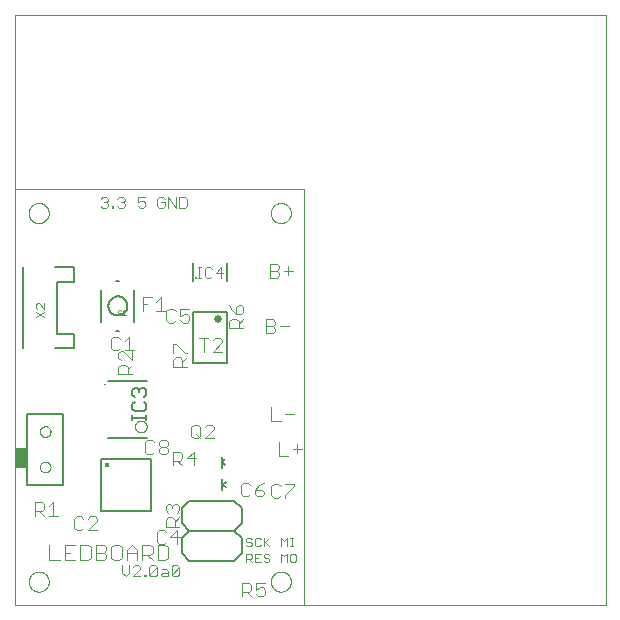
<source format=gto>
G75*
%MOIN*%
%OFA0B0*%
%FSLAX25Y25*%
%IPPOS*%
%LPD*%
%AMOC8*
5,1,8,0,0,1.08239X$1,22.5*
%
%ADD10C,0.00000*%
%ADD11C,0.00400*%
%ADD12C,0.00300*%
%ADD13C,0.00600*%
%ADD14C,0.00200*%
%ADD15C,0.00500*%
%ADD16C,0.01761*%
%ADD17C,0.00800*%
%ADD18C,0.02559*%
%ADD19C,0.00787*%
%ADD20C,0.00100*%
D10*
X0007706Y0006721D02*
X0007706Y0145304D01*
X0007706Y0203572D01*
X0204556Y0203572D01*
X0204556Y0006721D01*
X0104162Y0006721D01*
X0104162Y0145304D01*
X0007706Y0145304D01*
X0012234Y0137430D02*
X0012236Y0137545D01*
X0012242Y0137661D01*
X0012252Y0137776D01*
X0012266Y0137891D01*
X0012284Y0138005D01*
X0012306Y0138118D01*
X0012331Y0138231D01*
X0012361Y0138342D01*
X0012394Y0138453D01*
X0012431Y0138562D01*
X0012472Y0138670D01*
X0012517Y0138777D01*
X0012565Y0138882D01*
X0012617Y0138985D01*
X0012673Y0139086D01*
X0012732Y0139186D01*
X0012794Y0139283D01*
X0012860Y0139378D01*
X0012928Y0139471D01*
X0013000Y0139561D01*
X0013075Y0139649D01*
X0013154Y0139734D01*
X0013235Y0139816D01*
X0013318Y0139896D01*
X0013405Y0139972D01*
X0013494Y0140046D01*
X0013585Y0140116D01*
X0013679Y0140184D01*
X0013775Y0140248D01*
X0013874Y0140308D01*
X0013974Y0140365D01*
X0014076Y0140419D01*
X0014180Y0140469D01*
X0014286Y0140516D01*
X0014393Y0140559D01*
X0014502Y0140598D01*
X0014612Y0140633D01*
X0014723Y0140664D01*
X0014835Y0140692D01*
X0014948Y0140716D01*
X0015062Y0140736D01*
X0015177Y0140752D01*
X0015292Y0140764D01*
X0015407Y0140772D01*
X0015522Y0140776D01*
X0015638Y0140776D01*
X0015753Y0140772D01*
X0015868Y0140764D01*
X0015983Y0140752D01*
X0016098Y0140736D01*
X0016212Y0140716D01*
X0016325Y0140692D01*
X0016437Y0140664D01*
X0016548Y0140633D01*
X0016658Y0140598D01*
X0016767Y0140559D01*
X0016874Y0140516D01*
X0016980Y0140469D01*
X0017084Y0140419D01*
X0017186Y0140365D01*
X0017286Y0140308D01*
X0017385Y0140248D01*
X0017481Y0140184D01*
X0017575Y0140116D01*
X0017666Y0140046D01*
X0017755Y0139972D01*
X0017842Y0139896D01*
X0017925Y0139816D01*
X0018006Y0139734D01*
X0018085Y0139649D01*
X0018160Y0139561D01*
X0018232Y0139471D01*
X0018300Y0139378D01*
X0018366Y0139283D01*
X0018428Y0139186D01*
X0018487Y0139086D01*
X0018543Y0138985D01*
X0018595Y0138882D01*
X0018643Y0138777D01*
X0018688Y0138670D01*
X0018729Y0138562D01*
X0018766Y0138453D01*
X0018799Y0138342D01*
X0018829Y0138231D01*
X0018854Y0138118D01*
X0018876Y0138005D01*
X0018894Y0137891D01*
X0018908Y0137776D01*
X0018918Y0137661D01*
X0018924Y0137545D01*
X0018926Y0137430D01*
X0018924Y0137315D01*
X0018918Y0137199D01*
X0018908Y0137084D01*
X0018894Y0136969D01*
X0018876Y0136855D01*
X0018854Y0136742D01*
X0018829Y0136629D01*
X0018799Y0136518D01*
X0018766Y0136407D01*
X0018729Y0136298D01*
X0018688Y0136190D01*
X0018643Y0136083D01*
X0018595Y0135978D01*
X0018543Y0135875D01*
X0018487Y0135774D01*
X0018428Y0135674D01*
X0018366Y0135577D01*
X0018300Y0135482D01*
X0018232Y0135389D01*
X0018160Y0135299D01*
X0018085Y0135211D01*
X0018006Y0135126D01*
X0017925Y0135044D01*
X0017842Y0134964D01*
X0017755Y0134888D01*
X0017666Y0134814D01*
X0017575Y0134744D01*
X0017481Y0134676D01*
X0017385Y0134612D01*
X0017286Y0134552D01*
X0017186Y0134495D01*
X0017084Y0134441D01*
X0016980Y0134391D01*
X0016874Y0134344D01*
X0016767Y0134301D01*
X0016658Y0134262D01*
X0016548Y0134227D01*
X0016437Y0134196D01*
X0016325Y0134168D01*
X0016212Y0134144D01*
X0016098Y0134124D01*
X0015983Y0134108D01*
X0015868Y0134096D01*
X0015753Y0134088D01*
X0015638Y0134084D01*
X0015522Y0134084D01*
X0015407Y0134088D01*
X0015292Y0134096D01*
X0015177Y0134108D01*
X0015062Y0134124D01*
X0014948Y0134144D01*
X0014835Y0134168D01*
X0014723Y0134196D01*
X0014612Y0134227D01*
X0014502Y0134262D01*
X0014393Y0134301D01*
X0014286Y0134344D01*
X0014180Y0134391D01*
X0014076Y0134441D01*
X0013974Y0134495D01*
X0013874Y0134552D01*
X0013775Y0134612D01*
X0013679Y0134676D01*
X0013585Y0134744D01*
X0013494Y0134814D01*
X0013405Y0134888D01*
X0013318Y0134964D01*
X0013235Y0135044D01*
X0013154Y0135126D01*
X0013075Y0135211D01*
X0013000Y0135299D01*
X0012928Y0135389D01*
X0012860Y0135482D01*
X0012794Y0135577D01*
X0012732Y0135674D01*
X0012673Y0135774D01*
X0012617Y0135875D01*
X0012565Y0135978D01*
X0012517Y0136083D01*
X0012472Y0136190D01*
X0012431Y0136298D01*
X0012394Y0136407D01*
X0012361Y0136518D01*
X0012331Y0136629D01*
X0012306Y0136742D01*
X0012284Y0136855D01*
X0012266Y0136969D01*
X0012252Y0137084D01*
X0012242Y0137199D01*
X0012236Y0137315D01*
X0012234Y0137430D01*
X0015973Y0064595D02*
X0015975Y0064679D01*
X0015981Y0064762D01*
X0015991Y0064845D01*
X0016005Y0064928D01*
X0016022Y0065010D01*
X0016044Y0065091D01*
X0016069Y0065170D01*
X0016098Y0065249D01*
X0016131Y0065326D01*
X0016167Y0065401D01*
X0016207Y0065475D01*
X0016250Y0065547D01*
X0016297Y0065616D01*
X0016347Y0065683D01*
X0016400Y0065748D01*
X0016456Y0065810D01*
X0016514Y0065870D01*
X0016576Y0065927D01*
X0016640Y0065980D01*
X0016707Y0066031D01*
X0016776Y0066078D01*
X0016847Y0066123D01*
X0016920Y0066163D01*
X0016995Y0066200D01*
X0017072Y0066234D01*
X0017150Y0066264D01*
X0017229Y0066290D01*
X0017310Y0066313D01*
X0017392Y0066331D01*
X0017474Y0066346D01*
X0017557Y0066357D01*
X0017640Y0066364D01*
X0017724Y0066367D01*
X0017808Y0066366D01*
X0017891Y0066361D01*
X0017975Y0066352D01*
X0018057Y0066339D01*
X0018139Y0066323D01*
X0018220Y0066302D01*
X0018301Y0066278D01*
X0018379Y0066250D01*
X0018457Y0066218D01*
X0018533Y0066182D01*
X0018607Y0066143D01*
X0018679Y0066101D01*
X0018749Y0066055D01*
X0018817Y0066006D01*
X0018882Y0065954D01*
X0018945Y0065899D01*
X0019005Y0065841D01*
X0019063Y0065780D01*
X0019117Y0065716D01*
X0019169Y0065650D01*
X0019217Y0065582D01*
X0019262Y0065511D01*
X0019303Y0065438D01*
X0019342Y0065364D01*
X0019376Y0065288D01*
X0019407Y0065210D01*
X0019434Y0065131D01*
X0019458Y0065050D01*
X0019477Y0064969D01*
X0019493Y0064887D01*
X0019505Y0064804D01*
X0019513Y0064720D01*
X0019517Y0064637D01*
X0019517Y0064553D01*
X0019513Y0064470D01*
X0019505Y0064386D01*
X0019493Y0064303D01*
X0019477Y0064221D01*
X0019458Y0064140D01*
X0019434Y0064059D01*
X0019407Y0063980D01*
X0019376Y0063902D01*
X0019342Y0063826D01*
X0019303Y0063752D01*
X0019262Y0063679D01*
X0019217Y0063608D01*
X0019169Y0063540D01*
X0019117Y0063474D01*
X0019063Y0063410D01*
X0019005Y0063349D01*
X0018945Y0063291D01*
X0018882Y0063236D01*
X0018817Y0063184D01*
X0018749Y0063135D01*
X0018679Y0063089D01*
X0018607Y0063047D01*
X0018533Y0063008D01*
X0018457Y0062972D01*
X0018379Y0062940D01*
X0018301Y0062912D01*
X0018220Y0062888D01*
X0018139Y0062867D01*
X0018057Y0062851D01*
X0017975Y0062838D01*
X0017891Y0062829D01*
X0017808Y0062824D01*
X0017724Y0062823D01*
X0017640Y0062826D01*
X0017557Y0062833D01*
X0017474Y0062844D01*
X0017392Y0062859D01*
X0017310Y0062877D01*
X0017229Y0062900D01*
X0017150Y0062926D01*
X0017072Y0062956D01*
X0016995Y0062990D01*
X0016920Y0063027D01*
X0016847Y0063067D01*
X0016776Y0063112D01*
X0016707Y0063159D01*
X0016640Y0063210D01*
X0016576Y0063263D01*
X0016514Y0063320D01*
X0016456Y0063380D01*
X0016400Y0063442D01*
X0016347Y0063507D01*
X0016297Y0063574D01*
X0016250Y0063643D01*
X0016207Y0063715D01*
X0016167Y0063789D01*
X0016131Y0063864D01*
X0016098Y0063941D01*
X0016069Y0064020D01*
X0016044Y0064099D01*
X0016022Y0064180D01*
X0016005Y0064262D01*
X0015991Y0064345D01*
X0015981Y0064428D01*
X0015975Y0064511D01*
X0015973Y0064595D01*
X0015973Y0052784D02*
X0015975Y0052868D01*
X0015981Y0052951D01*
X0015991Y0053034D01*
X0016005Y0053117D01*
X0016022Y0053199D01*
X0016044Y0053280D01*
X0016069Y0053359D01*
X0016098Y0053438D01*
X0016131Y0053515D01*
X0016167Y0053590D01*
X0016207Y0053664D01*
X0016250Y0053736D01*
X0016297Y0053805D01*
X0016347Y0053872D01*
X0016400Y0053937D01*
X0016456Y0053999D01*
X0016514Y0054059D01*
X0016576Y0054116D01*
X0016640Y0054169D01*
X0016707Y0054220D01*
X0016776Y0054267D01*
X0016847Y0054312D01*
X0016920Y0054352D01*
X0016995Y0054389D01*
X0017072Y0054423D01*
X0017150Y0054453D01*
X0017229Y0054479D01*
X0017310Y0054502D01*
X0017392Y0054520D01*
X0017474Y0054535D01*
X0017557Y0054546D01*
X0017640Y0054553D01*
X0017724Y0054556D01*
X0017808Y0054555D01*
X0017891Y0054550D01*
X0017975Y0054541D01*
X0018057Y0054528D01*
X0018139Y0054512D01*
X0018220Y0054491D01*
X0018301Y0054467D01*
X0018379Y0054439D01*
X0018457Y0054407D01*
X0018533Y0054371D01*
X0018607Y0054332D01*
X0018679Y0054290D01*
X0018749Y0054244D01*
X0018817Y0054195D01*
X0018882Y0054143D01*
X0018945Y0054088D01*
X0019005Y0054030D01*
X0019063Y0053969D01*
X0019117Y0053905D01*
X0019169Y0053839D01*
X0019217Y0053771D01*
X0019262Y0053700D01*
X0019303Y0053627D01*
X0019342Y0053553D01*
X0019376Y0053477D01*
X0019407Y0053399D01*
X0019434Y0053320D01*
X0019458Y0053239D01*
X0019477Y0053158D01*
X0019493Y0053076D01*
X0019505Y0052993D01*
X0019513Y0052909D01*
X0019517Y0052826D01*
X0019517Y0052742D01*
X0019513Y0052659D01*
X0019505Y0052575D01*
X0019493Y0052492D01*
X0019477Y0052410D01*
X0019458Y0052329D01*
X0019434Y0052248D01*
X0019407Y0052169D01*
X0019376Y0052091D01*
X0019342Y0052015D01*
X0019303Y0051941D01*
X0019262Y0051868D01*
X0019217Y0051797D01*
X0019169Y0051729D01*
X0019117Y0051663D01*
X0019063Y0051599D01*
X0019005Y0051538D01*
X0018945Y0051480D01*
X0018882Y0051425D01*
X0018817Y0051373D01*
X0018749Y0051324D01*
X0018679Y0051278D01*
X0018607Y0051236D01*
X0018533Y0051197D01*
X0018457Y0051161D01*
X0018379Y0051129D01*
X0018301Y0051101D01*
X0018220Y0051077D01*
X0018139Y0051056D01*
X0018057Y0051040D01*
X0017975Y0051027D01*
X0017891Y0051018D01*
X0017808Y0051013D01*
X0017724Y0051012D01*
X0017640Y0051015D01*
X0017557Y0051022D01*
X0017474Y0051033D01*
X0017392Y0051048D01*
X0017310Y0051066D01*
X0017229Y0051089D01*
X0017150Y0051115D01*
X0017072Y0051145D01*
X0016995Y0051179D01*
X0016920Y0051216D01*
X0016847Y0051256D01*
X0016776Y0051301D01*
X0016707Y0051348D01*
X0016640Y0051399D01*
X0016576Y0051452D01*
X0016514Y0051509D01*
X0016456Y0051569D01*
X0016400Y0051631D01*
X0016347Y0051696D01*
X0016297Y0051763D01*
X0016250Y0051832D01*
X0016207Y0051904D01*
X0016167Y0051978D01*
X0016131Y0052053D01*
X0016098Y0052130D01*
X0016069Y0052209D01*
X0016044Y0052288D01*
X0016022Y0052369D01*
X0016005Y0052451D01*
X0015991Y0052534D01*
X0015981Y0052617D01*
X0015975Y0052700D01*
X0015973Y0052784D01*
X0012234Y0014595D02*
X0012236Y0014710D01*
X0012242Y0014826D01*
X0012252Y0014941D01*
X0012266Y0015056D01*
X0012284Y0015170D01*
X0012306Y0015283D01*
X0012331Y0015396D01*
X0012361Y0015507D01*
X0012394Y0015618D01*
X0012431Y0015727D01*
X0012472Y0015835D01*
X0012517Y0015942D01*
X0012565Y0016047D01*
X0012617Y0016150D01*
X0012673Y0016251D01*
X0012732Y0016351D01*
X0012794Y0016448D01*
X0012860Y0016543D01*
X0012928Y0016636D01*
X0013000Y0016726D01*
X0013075Y0016814D01*
X0013154Y0016899D01*
X0013235Y0016981D01*
X0013318Y0017061D01*
X0013405Y0017137D01*
X0013494Y0017211D01*
X0013585Y0017281D01*
X0013679Y0017349D01*
X0013775Y0017413D01*
X0013874Y0017473D01*
X0013974Y0017530D01*
X0014076Y0017584D01*
X0014180Y0017634D01*
X0014286Y0017681D01*
X0014393Y0017724D01*
X0014502Y0017763D01*
X0014612Y0017798D01*
X0014723Y0017829D01*
X0014835Y0017857D01*
X0014948Y0017881D01*
X0015062Y0017901D01*
X0015177Y0017917D01*
X0015292Y0017929D01*
X0015407Y0017937D01*
X0015522Y0017941D01*
X0015638Y0017941D01*
X0015753Y0017937D01*
X0015868Y0017929D01*
X0015983Y0017917D01*
X0016098Y0017901D01*
X0016212Y0017881D01*
X0016325Y0017857D01*
X0016437Y0017829D01*
X0016548Y0017798D01*
X0016658Y0017763D01*
X0016767Y0017724D01*
X0016874Y0017681D01*
X0016980Y0017634D01*
X0017084Y0017584D01*
X0017186Y0017530D01*
X0017286Y0017473D01*
X0017385Y0017413D01*
X0017481Y0017349D01*
X0017575Y0017281D01*
X0017666Y0017211D01*
X0017755Y0017137D01*
X0017842Y0017061D01*
X0017925Y0016981D01*
X0018006Y0016899D01*
X0018085Y0016814D01*
X0018160Y0016726D01*
X0018232Y0016636D01*
X0018300Y0016543D01*
X0018366Y0016448D01*
X0018428Y0016351D01*
X0018487Y0016251D01*
X0018543Y0016150D01*
X0018595Y0016047D01*
X0018643Y0015942D01*
X0018688Y0015835D01*
X0018729Y0015727D01*
X0018766Y0015618D01*
X0018799Y0015507D01*
X0018829Y0015396D01*
X0018854Y0015283D01*
X0018876Y0015170D01*
X0018894Y0015056D01*
X0018908Y0014941D01*
X0018918Y0014826D01*
X0018924Y0014710D01*
X0018926Y0014595D01*
X0018924Y0014480D01*
X0018918Y0014364D01*
X0018908Y0014249D01*
X0018894Y0014134D01*
X0018876Y0014020D01*
X0018854Y0013907D01*
X0018829Y0013794D01*
X0018799Y0013683D01*
X0018766Y0013572D01*
X0018729Y0013463D01*
X0018688Y0013355D01*
X0018643Y0013248D01*
X0018595Y0013143D01*
X0018543Y0013040D01*
X0018487Y0012939D01*
X0018428Y0012839D01*
X0018366Y0012742D01*
X0018300Y0012647D01*
X0018232Y0012554D01*
X0018160Y0012464D01*
X0018085Y0012376D01*
X0018006Y0012291D01*
X0017925Y0012209D01*
X0017842Y0012129D01*
X0017755Y0012053D01*
X0017666Y0011979D01*
X0017575Y0011909D01*
X0017481Y0011841D01*
X0017385Y0011777D01*
X0017286Y0011717D01*
X0017186Y0011660D01*
X0017084Y0011606D01*
X0016980Y0011556D01*
X0016874Y0011509D01*
X0016767Y0011466D01*
X0016658Y0011427D01*
X0016548Y0011392D01*
X0016437Y0011361D01*
X0016325Y0011333D01*
X0016212Y0011309D01*
X0016098Y0011289D01*
X0015983Y0011273D01*
X0015868Y0011261D01*
X0015753Y0011253D01*
X0015638Y0011249D01*
X0015522Y0011249D01*
X0015407Y0011253D01*
X0015292Y0011261D01*
X0015177Y0011273D01*
X0015062Y0011289D01*
X0014948Y0011309D01*
X0014835Y0011333D01*
X0014723Y0011361D01*
X0014612Y0011392D01*
X0014502Y0011427D01*
X0014393Y0011466D01*
X0014286Y0011509D01*
X0014180Y0011556D01*
X0014076Y0011606D01*
X0013974Y0011660D01*
X0013874Y0011717D01*
X0013775Y0011777D01*
X0013679Y0011841D01*
X0013585Y0011909D01*
X0013494Y0011979D01*
X0013405Y0012053D01*
X0013318Y0012129D01*
X0013235Y0012209D01*
X0013154Y0012291D01*
X0013075Y0012376D01*
X0013000Y0012464D01*
X0012928Y0012554D01*
X0012860Y0012647D01*
X0012794Y0012742D01*
X0012732Y0012839D01*
X0012673Y0012939D01*
X0012617Y0013040D01*
X0012565Y0013143D01*
X0012517Y0013248D01*
X0012472Y0013355D01*
X0012431Y0013463D01*
X0012394Y0013572D01*
X0012361Y0013683D01*
X0012331Y0013794D01*
X0012306Y0013907D01*
X0012284Y0014020D01*
X0012266Y0014134D01*
X0012252Y0014249D01*
X0012242Y0014364D01*
X0012236Y0014480D01*
X0012234Y0014595D01*
X0007706Y0006721D02*
X0104162Y0006721D01*
X0092942Y0014595D02*
X0092944Y0014710D01*
X0092950Y0014826D01*
X0092960Y0014941D01*
X0092974Y0015056D01*
X0092992Y0015170D01*
X0093014Y0015283D01*
X0093039Y0015396D01*
X0093069Y0015507D01*
X0093102Y0015618D01*
X0093139Y0015727D01*
X0093180Y0015835D01*
X0093225Y0015942D01*
X0093273Y0016047D01*
X0093325Y0016150D01*
X0093381Y0016251D01*
X0093440Y0016351D01*
X0093502Y0016448D01*
X0093568Y0016543D01*
X0093636Y0016636D01*
X0093708Y0016726D01*
X0093783Y0016814D01*
X0093862Y0016899D01*
X0093943Y0016981D01*
X0094026Y0017061D01*
X0094113Y0017137D01*
X0094202Y0017211D01*
X0094293Y0017281D01*
X0094387Y0017349D01*
X0094483Y0017413D01*
X0094582Y0017473D01*
X0094682Y0017530D01*
X0094784Y0017584D01*
X0094888Y0017634D01*
X0094994Y0017681D01*
X0095101Y0017724D01*
X0095210Y0017763D01*
X0095320Y0017798D01*
X0095431Y0017829D01*
X0095543Y0017857D01*
X0095656Y0017881D01*
X0095770Y0017901D01*
X0095885Y0017917D01*
X0096000Y0017929D01*
X0096115Y0017937D01*
X0096230Y0017941D01*
X0096346Y0017941D01*
X0096461Y0017937D01*
X0096576Y0017929D01*
X0096691Y0017917D01*
X0096806Y0017901D01*
X0096920Y0017881D01*
X0097033Y0017857D01*
X0097145Y0017829D01*
X0097256Y0017798D01*
X0097366Y0017763D01*
X0097475Y0017724D01*
X0097582Y0017681D01*
X0097688Y0017634D01*
X0097792Y0017584D01*
X0097894Y0017530D01*
X0097994Y0017473D01*
X0098093Y0017413D01*
X0098189Y0017349D01*
X0098283Y0017281D01*
X0098374Y0017211D01*
X0098463Y0017137D01*
X0098550Y0017061D01*
X0098633Y0016981D01*
X0098714Y0016899D01*
X0098793Y0016814D01*
X0098868Y0016726D01*
X0098940Y0016636D01*
X0099008Y0016543D01*
X0099074Y0016448D01*
X0099136Y0016351D01*
X0099195Y0016251D01*
X0099251Y0016150D01*
X0099303Y0016047D01*
X0099351Y0015942D01*
X0099396Y0015835D01*
X0099437Y0015727D01*
X0099474Y0015618D01*
X0099507Y0015507D01*
X0099537Y0015396D01*
X0099562Y0015283D01*
X0099584Y0015170D01*
X0099602Y0015056D01*
X0099616Y0014941D01*
X0099626Y0014826D01*
X0099632Y0014710D01*
X0099634Y0014595D01*
X0099632Y0014480D01*
X0099626Y0014364D01*
X0099616Y0014249D01*
X0099602Y0014134D01*
X0099584Y0014020D01*
X0099562Y0013907D01*
X0099537Y0013794D01*
X0099507Y0013683D01*
X0099474Y0013572D01*
X0099437Y0013463D01*
X0099396Y0013355D01*
X0099351Y0013248D01*
X0099303Y0013143D01*
X0099251Y0013040D01*
X0099195Y0012939D01*
X0099136Y0012839D01*
X0099074Y0012742D01*
X0099008Y0012647D01*
X0098940Y0012554D01*
X0098868Y0012464D01*
X0098793Y0012376D01*
X0098714Y0012291D01*
X0098633Y0012209D01*
X0098550Y0012129D01*
X0098463Y0012053D01*
X0098374Y0011979D01*
X0098283Y0011909D01*
X0098189Y0011841D01*
X0098093Y0011777D01*
X0097994Y0011717D01*
X0097894Y0011660D01*
X0097792Y0011606D01*
X0097688Y0011556D01*
X0097582Y0011509D01*
X0097475Y0011466D01*
X0097366Y0011427D01*
X0097256Y0011392D01*
X0097145Y0011361D01*
X0097033Y0011333D01*
X0096920Y0011309D01*
X0096806Y0011289D01*
X0096691Y0011273D01*
X0096576Y0011261D01*
X0096461Y0011253D01*
X0096346Y0011249D01*
X0096230Y0011249D01*
X0096115Y0011253D01*
X0096000Y0011261D01*
X0095885Y0011273D01*
X0095770Y0011289D01*
X0095656Y0011309D01*
X0095543Y0011333D01*
X0095431Y0011361D01*
X0095320Y0011392D01*
X0095210Y0011427D01*
X0095101Y0011466D01*
X0094994Y0011509D01*
X0094888Y0011556D01*
X0094784Y0011606D01*
X0094682Y0011660D01*
X0094582Y0011717D01*
X0094483Y0011777D01*
X0094387Y0011841D01*
X0094293Y0011909D01*
X0094202Y0011979D01*
X0094113Y0012053D01*
X0094026Y0012129D01*
X0093943Y0012209D01*
X0093862Y0012291D01*
X0093783Y0012376D01*
X0093708Y0012464D01*
X0093636Y0012554D01*
X0093568Y0012647D01*
X0093502Y0012742D01*
X0093440Y0012839D01*
X0093381Y0012939D01*
X0093325Y0013040D01*
X0093273Y0013143D01*
X0093225Y0013248D01*
X0093180Y0013355D01*
X0093139Y0013463D01*
X0093102Y0013572D01*
X0093069Y0013683D01*
X0093039Y0013794D01*
X0093014Y0013907D01*
X0092992Y0014020D01*
X0092974Y0014134D01*
X0092960Y0014249D01*
X0092950Y0014364D01*
X0092944Y0014480D01*
X0092942Y0014595D01*
X0092942Y0137430D02*
X0092944Y0137545D01*
X0092950Y0137661D01*
X0092960Y0137776D01*
X0092974Y0137891D01*
X0092992Y0138005D01*
X0093014Y0138118D01*
X0093039Y0138231D01*
X0093069Y0138342D01*
X0093102Y0138453D01*
X0093139Y0138562D01*
X0093180Y0138670D01*
X0093225Y0138777D01*
X0093273Y0138882D01*
X0093325Y0138985D01*
X0093381Y0139086D01*
X0093440Y0139186D01*
X0093502Y0139283D01*
X0093568Y0139378D01*
X0093636Y0139471D01*
X0093708Y0139561D01*
X0093783Y0139649D01*
X0093862Y0139734D01*
X0093943Y0139816D01*
X0094026Y0139896D01*
X0094113Y0139972D01*
X0094202Y0140046D01*
X0094293Y0140116D01*
X0094387Y0140184D01*
X0094483Y0140248D01*
X0094582Y0140308D01*
X0094682Y0140365D01*
X0094784Y0140419D01*
X0094888Y0140469D01*
X0094994Y0140516D01*
X0095101Y0140559D01*
X0095210Y0140598D01*
X0095320Y0140633D01*
X0095431Y0140664D01*
X0095543Y0140692D01*
X0095656Y0140716D01*
X0095770Y0140736D01*
X0095885Y0140752D01*
X0096000Y0140764D01*
X0096115Y0140772D01*
X0096230Y0140776D01*
X0096346Y0140776D01*
X0096461Y0140772D01*
X0096576Y0140764D01*
X0096691Y0140752D01*
X0096806Y0140736D01*
X0096920Y0140716D01*
X0097033Y0140692D01*
X0097145Y0140664D01*
X0097256Y0140633D01*
X0097366Y0140598D01*
X0097475Y0140559D01*
X0097582Y0140516D01*
X0097688Y0140469D01*
X0097792Y0140419D01*
X0097894Y0140365D01*
X0097994Y0140308D01*
X0098093Y0140248D01*
X0098189Y0140184D01*
X0098283Y0140116D01*
X0098374Y0140046D01*
X0098463Y0139972D01*
X0098550Y0139896D01*
X0098633Y0139816D01*
X0098714Y0139734D01*
X0098793Y0139649D01*
X0098868Y0139561D01*
X0098940Y0139471D01*
X0099008Y0139378D01*
X0099074Y0139283D01*
X0099136Y0139186D01*
X0099195Y0139086D01*
X0099251Y0138985D01*
X0099303Y0138882D01*
X0099351Y0138777D01*
X0099396Y0138670D01*
X0099437Y0138562D01*
X0099474Y0138453D01*
X0099507Y0138342D01*
X0099537Y0138231D01*
X0099562Y0138118D01*
X0099584Y0138005D01*
X0099602Y0137891D01*
X0099616Y0137776D01*
X0099626Y0137661D01*
X0099632Y0137545D01*
X0099634Y0137430D01*
X0099632Y0137315D01*
X0099626Y0137199D01*
X0099616Y0137084D01*
X0099602Y0136969D01*
X0099584Y0136855D01*
X0099562Y0136742D01*
X0099537Y0136629D01*
X0099507Y0136518D01*
X0099474Y0136407D01*
X0099437Y0136298D01*
X0099396Y0136190D01*
X0099351Y0136083D01*
X0099303Y0135978D01*
X0099251Y0135875D01*
X0099195Y0135774D01*
X0099136Y0135674D01*
X0099074Y0135577D01*
X0099008Y0135482D01*
X0098940Y0135389D01*
X0098868Y0135299D01*
X0098793Y0135211D01*
X0098714Y0135126D01*
X0098633Y0135044D01*
X0098550Y0134964D01*
X0098463Y0134888D01*
X0098374Y0134814D01*
X0098283Y0134744D01*
X0098189Y0134676D01*
X0098093Y0134612D01*
X0097994Y0134552D01*
X0097894Y0134495D01*
X0097792Y0134441D01*
X0097688Y0134391D01*
X0097582Y0134344D01*
X0097475Y0134301D01*
X0097366Y0134262D01*
X0097256Y0134227D01*
X0097145Y0134196D01*
X0097033Y0134168D01*
X0096920Y0134144D01*
X0096806Y0134124D01*
X0096691Y0134108D01*
X0096576Y0134096D01*
X0096461Y0134088D01*
X0096346Y0134084D01*
X0096230Y0134084D01*
X0096115Y0134088D01*
X0096000Y0134096D01*
X0095885Y0134108D01*
X0095770Y0134124D01*
X0095656Y0134144D01*
X0095543Y0134168D01*
X0095431Y0134196D01*
X0095320Y0134227D01*
X0095210Y0134262D01*
X0095101Y0134301D01*
X0094994Y0134344D01*
X0094888Y0134391D01*
X0094784Y0134441D01*
X0094682Y0134495D01*
X0094582Y0134552D01*
X0094483Y0134612D01*
X0094387Y0134676D01*
X0094293Y0134744D01*
X0094202Y0134814D01*
X0094113Y0134888D01*
X0094026Y0134964D01*
X0093943Y0135044D01*
X0093862Y0135126D01*
X0093783Y0135211D01*
X0093708Y0135299D01*
X0093636Y0135389D01*
X0093568Y0135482D01*
X0093502Y0135577D01*
X0093440Y0135674D01*
X0093381Y0135774D01*
X0093325Y0135875D01*
X0093273Y0135978D01*
X0093225Y0136083D01*
X0093180Y0136190D01*
X0093139Y0136298D01*
X0093102Y0136407D01*
X0093069Y0136518D01*
X0093039Y0136629D01*
X0093014Y0136742D01*
X0092992Y0136855D01*
X0092974Y0136969D01*
X0092960Y0137084D01*
X0092950Y0137199D01*
X0092944Y0137315D01*
X0092942Y0137430D01*
D11*
X0092669Y0120541D02*
X0094971Y0120541D01*
X0095739Y0119774D01*
X0095739Y0119006D01*
X0094971Y0118239D01*
X0092669Y0118239D01*
X0092669Y0115937D02*
X0092669Y0120541D01*
X0094971Y0118239D02*
X0095739Y0117472D01*
X0095739Y0116704D01*
X0094971Y0115937D01*
X0092669Y0115937D01*
X0097273Y0118239D02*
X0100342Y0118239D01*
X0098808Y0119774D02*
X0098808Y0116704D01*
X0093716Y0101998D02*
X0091414Y0101998D01*
X0091414Y0097394D01*
X0093716Y0097394D01*
X0094483Y0098161D01*
X0094483Y0098928D01*
X0093716Y0099696D01*
X0091414Y0099696D01*
X0093716Y0099696D02*
X0094483Y0100463D01*
X0094483Y0101230D01*
X0093716Y0101998D01*
X0096018Y0099696D02*
X0099087Y0099696D01*
X0083730Y0099091D02*
X0079126Y0099091D01*
X0079126Y0101393D01*
X0079893Y0102160D01*
X0081428Y0102160D01*
X0082195Y0101393D01*
X0082195Y0099091D01*
X0082195Y0100625D02*
X0083730Y0102160D01*
X0082963Y0103694D02*
X0081428Y0103694D01*
X0081428Y0105996D01*
X0082195Y0106764D01*
X0082963Y0106764D01*
X0083730Y0105996D01*
X0083730Y0104462D01*
X0082963Y0103694D01*
X0081428Y0103694D02*
X0079893Y0105229D01*
X0079126Y0106764D01*
X0076487Y0115787D02*
X0076487Y0119390D01*
X0074686Y0117589D01*
X0077088Y0117589D01*
X0073405Y0118790D02*
X0072804Y0119390D01*
X0071603Y0119390D01*
X0071003Y0118790D01*
X0071003Y0116388D01*
X0071603Y0115787D01*
X0072804Y0115787D01*
X0073405Y0116388D01*
X0069748Y0115787D02*
X0068547Y0115787D01*
X0069148Y0115787D02*
X0069148Y0119390D01*
X0069748Y0119390D02*
X0068547Y0119390D01*
X0056339Y0109372D02*
X0056339Y0104768D01*
X0054805Y0104768D02*
X0057874Y0104768D01*
X0058146Y0104703D02*
X0058146Y0101633D01*
X0058913Y0100866D01*
X0060448Y0100866D01*
X0061215Y0101633D01*
X0062750Y0101633D02*
X0063517Y0100866D01*
X0065052Y0100866D01*
X0065819Y0101633D01*
X0065819Y0103168D01*
X0065052Y0103935D01*
X0064284Y0103935D01*
X0062750Y0103168D01*
X0062750Y0105470D01*
X0065819Y0105470D01*
X0061215Y0104703D02*
X0060448Y0105470D01*
X0058913Y0105470D01*
X0058146Y0104703D01*
X0054805Y0107837D02*
X0056339Y0109372D01*
X0053270Y0109372D02*
X0050201Y0109372D01*
X0050201Y0104768D01*
X0050201Y0107070D02*
X0051735Y0107070D01*
X0045777Y0096281D02*
X0045777Y0091677D01*
X0046714Y0091564D02*
X0046714Y0088494D01*
X0043645Y0091564D01*
X0042878Y0091564D01*
X0042110Y0090796D01*
X0042110Y0089262D01*
X0042878Y0088494D01*
X0042878Y0086960D02*
X0044412Y0086960D01*
X0045180Y0086193D01*
X0045180Y0083891D01*
X0046714Y0083891D02*
X0042110Y0083891D01*
X0042110Y0086193D01*
X0042878Y0086960D01*
X0045180Y0085425D02*
X0046714Y0086960D01*
X0047312Y0091677D02*
X0044243Y0091677D01*
X0042708Y0092444D02*
X0041941Y0091677D01*
X0040406Y0091677D01*
X0039639Y0092444D01*
X0039639Y0095514D01*
X0040406Y0096281D01*
X0041941Y0096281D01*
X0042708Y0095514D01*
X0044243Y0094746D02*
X0045777Y0096281D01*
X0060417Y0093926D02*
X0060417Y0090857D01*
X0061185Y0089322D02*
X0062719Y0089322D01*
X0063487Y0088555D01*
X0063487Y0086253D01*
X0065021Y0086253D02*
X0060417Y0086253D01*
X0060417Y0088555D01*
X0061185Y0089322D01*
X0063487Y0087787D02*
X0065021Y0089322D01*
X0065021Y0090857D02*
X0064254Y0090857D01*
X0061185Y0093926D01*
X0060417Y0093926D01*
X0069028Y0095876D02*
X0072097Y0095876D01*
X0070562Y0095876D02*
X0070562Y0091272D01*
X0073631Y0091272D02*
X0076701Y0094341D01*
X0076701Y0095108D01*
X0075933Y0095876D01*
X0074399Y0095876D01*
X0073631Y0095108D01*
X0073631Y0091272D02*
X0076701Y0091272D01*
X0093107Y0072864D02*
X0093107Y0068260D01*
X0096176Y0068260D01*
X0097711Y0070562D02*
X0100780Y0070562D01*
X0101765Y0060404D02*
X0101765Y0057334D01*
X0100231Y0058869D02*
X0103300Y0058869D01*
X0098696Y0056567D02*
X0095627Y0056567D01*
X0095627Y0061171D01*
X0095444Y0047226D02*
X0093910Y0047226D01*
X0093143Y0046459D01*
X0093143Y0043389D01*
X0093910Y0042622D01*
X0095444Y0042622D01*
X0096212Y0043389D01*
X0097746Y0043389D02*
X0097746Y0042622D01*
X0097746Y0043389D02*
X0100816Y0046459D01*
X0100816Y0047226D01*
X0097746Y0047226D01*
X0096212Y0046459D02*
X0095444Y0047226D01*
X0090622Y0047596D02*
X0089087Y0046829D01*
X0087553Y0045294D01*
X0089855Y0045294D01*
X0090622Y0044527D01*
X0090622Y0043759D01*
X0089855Y0042992D01*
X0088320Y0042992D01*
X0087553Y0043759D01*
X0087553Y0045294D01*
X0086018Y0043759D02*
X0085251Y0042992D01*
X0083716Y0042992D01*
X0082949Y0043759D01*
X0082949Y0046829D01*
X0083716Y0047596D01*
X0085251Y0047596D01*
X0086018Y0046829D01*
X0074107Y0062335D02*
X0071038Y0062335D01*
X0074107Y0065404D01*
X0074107Y0066171D01*
X0073340Y0066939D01*
X0071805Y0066939D01*
X0071038Y0066171D01*
X0069503Y0066171D02*
X0069503Y0063102D01*
X0068736Y0062335D01*
X0067201Y0062335D01*
X0066434Y0063102D01*
X0066434Y0066171D01*
X0067201Y0066939D01*
X0068736Y0066939D01*
X0069503Y0066171D01*
X0067969Y0063869D02*
X0069503Y0062335D01*
X0067178Y0057939D02*
X0064876Y0055637D01*
X0067945Y0055637D01*
X0067178Y0053335D02*
X0067178Y0057939D01*
X0063341Y0057171D02*
X0063341Y0055637D01*
X0062574Y0054869D01*
X0060272Y0054869D01*
X0061806Y0054869D02*
X0063341Y0053335D01*
X0060272Y0053335D02*
X0060272Y0057939D01*
X0062574Y0057939D01*
X0063341Y0057171D01*
X0058732Y0057933D02*
X0057965Y0057165D01*
X0056430Y0057165D01*
X0055663Y0057933D01*
X0055663Y0058700D01*
X0056430Y0059467D01*
X0057965Y0059467D01*
X0058732Y0058700D01*
X0058732Y0057933D01*
X0057965Y0059467D02*
X0058732Y0060235D01*
X0058732Y0061002D01*
X0057965Y0061769D01*
X0056430Y0061769D01*
X0055663Y0061002D01*
X0055663Y0060235D01*
X0056430Y0059467D01*
X0054128Y0057933D02*
X0053361Y0057165D01*
X0051826Y0057165D01*
X0051059Y0057933D01*
X0051059Y0061002D01*
X0051826Y0061769D01*
X0053361Y0061769D01*
X0054128Y0061002D01*
X0058633Y0040622D02*
X0059401Y0040622D01*
X0060168Y0039855D01*
X0060935Y0040622D01*
X0061703Y0040622D01*
X0062470Y0039855D01*
X0062470Y0038320D01*
X0061703Y0037553D01*
X0062470Y0036018D02*
X0060935Y0034483D01*
X0060935Y0035251D02*
X0060935Y0032949D01*
X0061784Y0031769D02*
X0059482Y0029467D01*
X0062551Y0029467D01*
X0061784Y0027165D02*
X0061784Y0031769D01*
X0062470Y0032949D02*
X0057866Y0032949D01*
X0057866Y0035251D01*
X0058633Y0036018D01*
X0060168Y0036018D01*
X0060935Y0035251D01*
X0058633Y0037553D02*
X0057866Y0038320D01*
X0057866Y0039855D01*
X0058633Y0040622D01*
X0060168Y0039855D02*
X0060168Y0039087D01*
X0057180Y0031769D02*
X0055645Y0031769D01*
X0054878Y0031002D01*
X0054878Y0027933D01*
X0055645Y0027165D01*
X0057180Y0027165D01*
X0057947Y0027933D01*
X0057823Y0026889D02*
X0055221Y0026889D01*
X0055221Y0021685D01*
X0057823Y0021685D01*
X0058690Y0022552D01*
X0058690Y0026022D01*
X0057823Y0026889D01*
X0057947Y0031002D02*
X0057180Y0031769D01*
X0052667Y0026889D02*
X0053534Y0026022D01*
X0053534Y0024287D01*
X0052667Y0023420D01*
X0050064Y0023420D01*
X0050064Y0021685D02*
X0050064Y0026889D01*
X0052667Y0026889D01*
X0051799Y0023420D02*
X0053534Y0021685D01*
X0048378Y0021685D02*
X0048378Y0025155D01*
X0046643Y0026889D01*
X0044908Y0025155D01*
X0044908Y0021685D01*
X0043221Y0022552D02*
X0043221Y0026022D01*
X0042354Y0026889D01*
X0040619Y0026889D01*
X0039752Y0026022D01*
X0039752Y0022552D01*
X0040619Y0021685D01*
X0042354Y0021685D01*
X0043221Y0022552D01*
X0044908Y0024287D02*
X0048378Y0024287D01*
X0038065Y0023420D02*
X0038065Y0022552D01*
X0037197Y0021685D01*
X0034595Y0021685D01*
X0034595Y0026889D01*
X0037197Y0026889D01*
X0038065Y0026022D01*
X0038065Y0025155D01*
X0037197Y0024287D01*
X0034595Y0024287D01*
X0032908Y0022552D02*
X0032908Y0026022D01*
X0032041Y0026889D01*
X0029439Y0026889D01*
X0029439Y0021685D01*
X0032041Y0021685D01*
X0032908Y0022552D01*
X0037197Y0024287D02*
X0038065Y0023420D01*
X0035110Y0031772D02*
X0032041Y0031772D01*
X0035110Y0034841D01*
X0035110Y0035608D01*
X0034343Y0036376D01*
X0032808Y0036376D01*
X0032041Y0035608D01*
X0030506Y0035608D02*
X0029739Y0036376D01*
X0028204Y0036376D01*
X0027437Y0035608D01*
X0027437Y0032539D01*
X0028204Y0031772D01*
X0029739Y0031772D01*
X0030506Y0032539D01*
X0027752Y0026889D02*
X0024282Y0026889D01*
X0024282Y0021685D01*
X0027752Y0021685D01*
X0026017Y0024287D02*
X0024282Y0024287D01*
X0022596Y0021685D02*
X0019126Y0021685D01*
X0019126Y0026889D01*
X0018852Y0036563D02*
X0021921Y0036563D01*
X0020387Y0036563D02*
X0020387Y0041167D01*
X0018852Y0039632D01*
X0017317Y0038865D02*
X0016550Y0038098D01*
X0014248Y0038098D01*
X0015783Y0038098D02*
X0017317Y0036563D01*
X0017317Y0038865D02*
X0017317Y0040400D01*
X0016550Y0041167D01*
X0014248Y0041167D01*
X0014248Y0036563D01*
X0083311Y0014254D02*
X0083311Y0009650D01*
X0083311Y0011184D02*
X0085613Y0011184D01*
X0086380Y0011952D01*
X0086380Y0013486D01*
X0085613Y0014254D01*
X0083311Y0014254D01*
X0084846Y0011184D02*
X0086380Y0009650D01*
X0087915Y0010417D02*
X0088682Y0009650D01*
X0090217Y0009650D01*
X0090984Y0010417D01*
X0090984Y0011952D01*
X0090217Y0012719D01*
X0089450Y0012719D01*
X0087915Y0011952D01*
X0087915Y0014254D01*
X0090984Y0014254D01*
D12*
X0091004Y0021044D02*
X0090520Y0021528D01*
X0091004Y0021044D02*
X0091971Y0021044D01*
X0092455Y0021528D01*
X0092455Y0022012D01*
X0091971Y0022496D01*
X0091004Y0022496D01*
X0090520Y0022979D01*
X0090520Y0023463D01*
X0091004Y0023947D01*
X0091971Y0023947D01*
X0092455Y0023463D01*
X0092455Y0026359D02*
X0091004Y0027811D01*
X0090520Y0027327D02*
X0092455Y0029262D01*
X0090520Y0029262D02*
X0090520Y0026359D01*
X0089509Y0026843D02*
X0089025Y0026359D01*
X0088057Y0026359D01*
X0087574Y0026843D01*
X0087574Y0028778D01*
X0088057Y0029262D01*
X0089025Y0029262D01*
X0089509Y0028778D01*
X0086562Y0028778D02*
X0086078Y0029262D01*
X0085111Y0029262D01*
X0084627Y0028778D01*
X0084627Y0028294D01*
X0085111Y0027811D01*
X0086078Y0027811D01*
X0086562Y0027327D01*
X0086562Y0026843D01*
X0086078Y0026359D01*
X0085111Y0026359D01*
X0084627Y0026843D01*
X0084627Y0023947D02*
X0086078Y0023947D01*
X0086562Y0023463D01*
X0086562Y0022496D01*
X0086078Y0022012D01*
X0084627Y0022012D01*
X0084627Y0021044D02*
X0084627Y0023947D01*
X0085595Y0022012D02*
X0086562Y0021044D01*
X0087574Y0021044D02*
X0089509Y0021044D01*
X0088541Y0022496D02*
X0087574Y0022496D01*
X0087574Y0023947D02*
X0087574Y0021044D01*
X0087574Y0023947D02*
X0089509Y0023947D01*
X0096438Y0023947D02*
X0096438Y0021044D01*
X0098373Y0021044D02*
X0098373Y0023947D01*
X0097406Y0022979D01*
X0096438Y0023947D01*
X0096438Y0026359D02*
X0096438Y0029262D01*
X0097406Y0028294D01*
X0098373Y0029262D01*
X0098373Y0026359D01*
X0099385Y0026359D02*
X0100352Y0026359D01*
X0099868Y0026359D02*
X0099868Y0029262D01*
X0099385Y0029262D02*
X0100352Y0029262D01*
X0099868Y0023947D02*
X0099385Y0023463D01*
X0099385Y0021528D01*
X0099868Y0021044D01*
X0100836Y0021044D01*
X0101320Y0021528D01*
X0101320Y0023463D01*
X0100836Y0023947D01*
X0099868Y0023947D01*
X0062332Y0019406D02*
X0062332Y0016937D01*
X0061714Y0016320D01*
X0060480Y0016320D01*
X0059863Y0016937D01*
X0062332Y0019406D01*
X0061714Y0020023D01*
X0060480Y0020023D01*
X0059863Y0019406D01*
X0059863Y0016937D01*
X0058648Y0016320D02*
X0056797Y0016320D01*
X0056180Y0016937D01*
X0056797Y0017554D01*
X0058648Y0017554D01*
X0058648Y0018172D02*
X0058648Y0016320D01*
X0058648Y0018172D02*
X0058031Y0018789D01*
X0056797Y0018789D01*
X0054965Y0019406D02*
X0054965Y0016937D01*
X0054348Y0016320D01*
X0053114Y0016320D01*
X0052496Y0016937D01*
X0054965Y0019406D01*
X0054348Y0020023D01*
X0053114Y0020023D01*
X0052496Y0019406D01*
X0052496Y0016937D01*
X0051272Y0016937D02*
X0051272Y0016320D01*
X0050655Y0016320D01*
X0050655Y0016937D01*
X0051272Y0016937D01*
X0049441Y0016320D02*
X0046972Y0016320D01*
X0049441Y0018789D01*
X0049441Y0019406D01*
X0048823Y0020023D01*
X0047589Y0020023D01*
X0046972Y0019406D01*
X0045757Y0020023D02*
X0045757Y0017554D01*
X0044523Y0016320D01*
X0043289Y0017554D01*
X0043289Y0020023D01*
X0043578Y0139155D02*
X0042344Y0139155D01*
X0041727Y0139772D01*
X0040502Y0139772D02*
X0040502Y0139155D01*
X0039885Y0139155D01*
X0039885Y0139772D01*
X0040502Y0139772D01*
X0038671Y0139772D02*
X0038054Y0139155D01*
X0036819Y0139155D01*
X0036202Y0139772D01*
X0037436Y0141006D02*
X0038054Y0141006D01*
X0038671Y0140389D01*
X0038671Y0139772D01*
X0038054Y0141006D02*
X0038671Y0141623D01*
X0038671Y0142241D01*
X0038054Y0142858D01*
X0036819Y0142858D01*
X0036202Y0142241D01*
X0041727Y0142241D02*
X0042344Y0142858D01*
X0043578Y0142858D01*
X0044195Y0142241D01*
X0044195Y0141623D01*
X0043578Y0141006D01*
X0044195Y0140389D01*
X0044195Y0139772D01*
X0043578Y0139155D01*
X0043578Y0141006D02*
X0042961Y0141006D01*
X0048604Y0141006D02*
X0049838Y0141623D01*
X0050455Y0141623D01*
X0051072Y0141006D01*
X0051072Y0139772D01*
X0050455Y0139155D01*
X0049221Y0139155D01*
X0048604Y0139772D01*
X0048604Y0141006D02*
X0048604Y0142858D01*
X0051072Y0142858D01*
X0055100Y0142241D02*
X0055100Y0139772D01*
X0055717Y0139155D01*
X0056951Y0139155D01*
X0057568Y0139772D01*
X0057568Y0141006D01*
X0056334Y0141006D01*
X0057568Y0142241D02*
X0056951Y0142858D01*
X0055717Y0142858D01*
X0055100Y0142241D01*
X0058783Y0142858D02*
X0058783Y0139155D01*
X0061252Y0139155D02*
X0058783Y0142858D01*
X0061252Y0142858D02*
X0061252Y0139155D01*
X0062466Y0139155D02*
X0062466Y0142858D01*
X0064317Y0142858D01*
X0064935Y0142241D01*
X0064935Y0139772D01*
X0064317Y0139155D01*
X0062466Y0139155D01*
D13*
X0067064Y0120820D02*
X0067064Y0114670D01*
X0078265Y0114670D02*
X0078265Y0120820D01*
X0051820Y0081426D02*
X0038631Y0081426D01*
X0037646Y0080580D02*
X0037646Y0080481D01*
X0023650Y0070501D02*
X0011839Y0070501D01*
X0011839Y0058690D01*
X0011839Y0052784D01*
X0007902Y0052784D01*
X0007902Y0058690D01*
X0011839Y0058690D01*
X0007902Y0058690D01*
X0007902Y0052784D01*
X0011839Y0052784D01*
X0011839Y0058690D01*
X0011839Y0058193D02*
X0007902Y0058193D01*
X0007902Y0057595D02*
X0011839Y0057595D01*
X0011839Y0056996D02*
X0007902Y0056996D01*
X0007902Y0056398D02*
X0011839Y0056398D01*
X0011839Y0055799D02*
X0007902Y0055799D01*
X0007902Y0055201D02*
X0011839Y0055201D01*
X0011839Y0054602D02*
X0007902Y0054602D01*
X0007902Y0054004D02*
X0011839Y0054004D01*
X0011839Y0053405D02*
X0007902Y0053405D01*
X0007902Y0052807D02*
X0011839Y0052807D01*
X0011839Y0052784D02*
X0011839Y0046879D01*
X0023650Y0046879D01*
X0023650Y0070501D01*
X0038631Y0062331D02*
X0051780Y0062331D01*
X0065757Y0041524D02*
X0080757Y0041524D01*
X0083257Y0039024D01*
X0083257Y0034024D01*
X0080757Y0031524D01*
X0065757Y0031524D01*
X0063257Y0034024D01*
X0063257Y0039024D01*
X0065757Y0041524D01*
X0065757Y0031524D02*
X0063257Y0029024D01*
X0063257Y0024024D01*
X0065757Y0021524D01*
X0080757Y0021524D01*
X0083257Y0024024D01*
X0083257Y0029024D01*
X0080757Y0031524D01*
D14*
X0047646Y0066288D02*
X0047648Y0066376D01*
X0047654Y0066464D01*
X0047664Y0066552D01*
X0047678Y0066640D01*
X0047695Y0066726D01*
X0047717Y0066812D01*
X0047742Y0066896D01*
X0047772Y0066980D01*
X0047804Y0067062D01*
X0047841Y0067142D01*
X0047881Y0067221D01*
X0047925Y0067298D01*
X0047972Y0067373D01*
X0048022Y0067445D01*
X0048076Y0067516D01*
X0048132Y0067583D01*
X0048192Y0067649D01*
X0048254Y0067711D01*
X0048320Y0067771D01*
X0048387Y0067827D01*
X0048458Y0067881D01*
X0048530Y0067931D01*
X0048605Y0067978D01*
X0048682Y0068022D01*
X0048761Y0068062D01*
X0048841Y0068099D01*
X0048923Y0068131D01*
X0049007Y0068161D01*
X0049091Y0068186D01*
X0049177Y0068208D01*
X0049263Y0068225D01*
X0049351Y0068239D01*
X0049439Y0068249D01*
X0049527Y0068255D01*
X0049615Y0068257D01*
X0049703Y0068255D01*
X0049791Y0068249D01*
X0049879Y0068239D01*
X0049967Y0068225D01*
X0050053Y0068208D01*
X0050139Y0068186D01*
X0050223Y0068161D01*
X0050307Y0068131D01*
X0050389Y0068099D01*
X0050469Y0068062D01*
X0050548Y0068022D01*
X0050625Y0067978D01*
X0050700Y0067931D01*
X0050772Y0067881D01*
X0050843Y0067827D01*
X0050910Y0067771D01*
X0050976Y0067711D01*
X0051038Y0067649D01*
X0051098Y0067583D01*
X0051154Y0067516D01*
X0051208Y0067445D01*
X0051258Y0067373D01*
X0051305Y0067298D01*
X0051349Y0067221D01*
X0051389Y0067142D01*
X0051426Y0067062D01*
X0051458Y0066980D01*
X0051488Y0066896D01*
X0051513Y0066812D01*
X0051535Y0066726D01*
X0051552Y0066640D01*
X0051566Y0066552D01*
X0051576Y0066464D01*
X0051582Y0066376D01*
X0051584Y0066288D01*
X0051582Y0066200D01*
X0051576Y0066112D01*
X0051566Y0066024D01*
X0051552Y0065936D01*
X0051535Y0065850D01*
X0051513Y0065764D01*
X0051488Y0065680D01*
X0051458Y0065596D01*
X0051426Y0065514D01*
X0051389Y0065434D01*
X0051349Y0065355D01*
X0051305Y0065278D01*
X0051258Y0065203D01*
X0051208Y0065131D01*
X0051154Y0065060D01*
X0051098Y0064993D01*
X0051038Y0064927D01*
X0050976Y0064865D01*
X0050910Y0064805D01*
X0050843Y0064749D01*
X0050772Y0064695D01*
X0050700Y0064645D01*
X0050625Y0064598D01*
X0050548Y0064554D01*
X0050469Y0064514D01*
X0050389Y0064477D01*
X0050307Y0064445D01*
X0050223Y0064415D01*
X0050139Y0064390D01*
X0050053Y0064368D01*
X0049967Y0064351D01*
X0049879Y0064337D01*
X0049791Y0064327D01*
X0049703Y0064321D01*
X0049615Y0064319D01*
X0049527Y0064321D01*
X0049439Y0064327D01*
X0049351Y0064337D01*
X0049263Y0064351D01*
X0049177Y0064368D01*
X0049091Y0064390D01*
X0049007Y0064415D01*
X0048923Y0064445D01*
X0048841Y0064477D01*
X0048761Y0064514D01*
X0048682Y0064554D01*
X0048605Y0064598D01*
X0048530Y0064645D01*
X0048458Y0064695D01*
X0048387Y0064749D01*
X0048320Y0064805D01*
X0048254Y0064865D01*
X0048192Y0064927D01*
X0048132Y0064993D01*
X0048076Y0065060D01*
X0048022Y0065131D01*
X0047972Y0065203D01*
X0047925Y0065278D01*
X0047881Y0065355D01*
X0047841Y0065434D01*
X0047804Y0065514D01*
X0047772Y0065596D01*
X0047742Y0065680D01*
X0047717Y0065764D01*
X0047695Y0065850D01*
X0047678Y0065936D01*
X0047664Y0066024D01*
X0047654Y0066112D01*
X0047648Y0066200D01*
X0047646Y0066288D01*
X0017495Y0102674D02*
X0014693Y0104543D01*
X0015160Y0105437D02*
X0014693Y0105904D01*
X0014693Y0106838D01*
X0015160Y0107305D01*
X0015627Y0107305D01*
X0017495Y0105437D01*
X0017495Y0107305D01*
X0017495Y0104543D02*
X0014693Y0102674D01*
D15*
X0038788Y0106524D02*
X0038790Y0106636D01*
X0038796Y0106749D01*
X0038806Y0106861D01*
X0038820Y0106972D01*
X0038838Y0107084D01*
X0038860Y0107194D01*
X0038885Y0107303D01*
X0038915Y0107412D01*
X0038948Y0107519D01*
X0038986Y0107625D01*
X0039027Y0107730D01*
X0039071Y0107833D01*
X0039119Y0107935D01*
X0039171Y0108035D01*
X0039227Y0108133D01*
X0039286Y0108229D01*
X0039348Y0108322D01*
X0039413Y0108414D01*
X0039482Y0108503D01*
X0039554Y0108590D01*
X0039629Y0108674D01*
X0039706Y0108755D01*
X0039787Y0108833D01*
X0039870Y0108909D01*
X0039956Y0108981D01*
X0040045Y0109051D01*
X0040135Y0109117D01*
X0040229Y0109180D01*
X0040324Y0109240D01*
X0040421Y0109296D01*
X0040521Y0109349D01*
X0040622Y0109398D01*
X0040725Y0109444D01*
X0040829Y0109486D01*
X0040935Y0109524D01*
X0041042Y0109558D01*
X0041150Y0109589D01*
X0041260Y0109615D01*
X0041370Y0109638D01*
X0041481Y0109657D01*
X0041592Y0109672D01*
X0041704Y0109683D01*
X0041816Y0109690D01*
X0041929Y0109693D01*
X0042041Y0109692D01*
X0042154Y0109687D01*
X0042266Y0109678D01*
X0042378Y0109665D01*
X0042489Y0109648D01*
X0042599Y0109627D01*
X0042709Y0109602D01*
X0042818Y0109574D01*
X0042926Y0109541D01*
X0043032Y0109505D01*
X0043137Y0109465D01*
X0043241Y0109421D01*
X0043343Y0109374D01*
X0043443Y0109323D01*
X0043541Y0109268D01*
X0043638Y0109210D01*
X0043732Y0109149D01*
X0043824Y0109084D01*
X0043914Y0109017D01*
X0044001Y0108946D01*
X0044086Y0108871D01*
X0044168Y0108794D01*
X0044247Y0108715D01*
X0044323Y0108632D01*
X0044397Y0108547D01*
X0044467Y0108459D01*
X0044534Y0108368D01*
X0044598Y0108276D01*
X0044658Y0108181D01*
X0044715Y0108084D01*
X0044769Y0107985D01*
X0044819Y0107884D01*
X0044866Y0107782D01*
X0044908Y0107678D01*
X0044948Y0107573D01*
X0044983Y0107466D01*
X0045014Y0107358D01*
X0045042Y0107249D01*
X0045066Y0107139D01*
X0045086Y0107028D01*
X0045102Y0106917D01*
X0045114Y0106805D01*
X0045122Y0106693D01*
X0045126Y0106580D01*
X0045126Y0106468D01*
X0045122Y0106355D01*
X0045114Y0106243D01*
X0045102Y0106131D01*
X0045086Y0106020D01*
X0045066Y0105909D01*
X0045042Y0105799D01*
X0045014Y0105690D01*
X0044983Y0105582D01*
X0044948Y0105475D01*
X0044908Y0105370D01*
X0044866Y0105266D01*
X0044819Y0105164D01*
X0044769Y0105063D01*
X0044715Y0104964D01*
X0044658Y0104867D01*
X0044598Y0104772D01*
X0044534Y0104680D01*
X0044467Y0104589D01*
X0044397Y0104501D01*
X0044323Y0104416D01*
X0044247Y0104333D01*
X0044168Y0104254D01*
X0044086Y0104177D01*
X0044001Y0104102D01*
X0043914Y0104031D01*
X0043824Y0103964D01*
X0043732Y0103899D01*
X0043638Y0103838D01*
X0043542Y0103780D01*
X0043443Y0103725D01*
X0043343Y0103674D01*
X0043241Y0103627D01*
X0043137Y0103583D01*
X0043032Y0103543D01*
X0042926Y0103507D01*
X0042818Y0103474D01*
X0042709Y0103446D01*
X0042599Y0103421D01*
X0042489Y0103400D01*
X0042378Y0103383D01*
X0042266Y0103370D01*
X0042154Y0103361D01*
X0042041Y0103356D01*
X0041929Y0103355D01*
X0041816Y0103358D01*
X0041704Y0103365D01*
X0041592Y0103376D01*
X0041481Y0103391D01*
X0041370Y0103410D01*
X0041260Y0103433D01*
X0041150Y0103459D01*
X0041042Y0103490D01*
X0040935Y0103524D01*
X0040829Y0103562D01*
X0040725Y0103604D01*
X0040622Y0103650D01*
X0040521Y0103699D01*
X0040421Y0103752D01*
X0040324Y0103808D01*
X0040229Y0103868D01*
X0040135Y0103931D01*
X0040045Y0103997D01*
X0039956Y0104067D01*
X0039870Y0104139D01*
X0039787Y0104215D01*
X0039706Y0104293D01*
X0039629Y0104374D01*
X0039554Y0104458D01*
X0039482Y0104545D01*
X0039413Y0104634D01*
X0039348Y0104726D01*
X0039286Y0104819D01*
X0039227Y0104915D01*
X0039171Y0105013D01*
X0039119Y0105113D01*
X0039071Y0105215D01*
X0039027Y0105318D01*
X0038986Y0105423D01*
X0038948Y0105529D01*
X0038915Y0105636D01*
X0038885Y0105745D01*
X0038860Y0105854D01*
X0038838Y0105964D01*
X0038820Y0106076D01*
X0038806Y0106187D01*
X0038796Y0106299D01*
X0038790Y0106412D01*
X0038788Y0106524D01*
X0047511Y0079145D02*
X0046761Y0078395D01*
X0046761Y0076894D01*
X0047511Y0076143D01*
X0047511Y0074542D02*
X0046761Y0073791D01*
X0046761Y0072290D01*
X0047511Y0071539D01*
X0050514Y0071539D01*
X0051265Y0072290D01*
X0051265Y0073791D01*
X0050514Y0074542D01*
X0050514Y0076143D02*
X0051265Y0076894D01*
X0051265Y0078395D01*
X0050514Y0079145D01*
X0049763Y0079145D01*
X0049013Y0078395D01*
X0049013Y0077644D01*
X0049013Y0078395D02*
X0048262Y0079145D01*
X0047511Y0079145D01*
X0046761Y0069971D02*
X0046761Y0068470D01*
X0046761Y0069220D02*
X0051265Y0069220D01*
X0051265Y0068470D02*
X0051265Y0069971D01*
X0052942Y0055383D02*
X0036406Y0055383D01*
X0036406Y0038060D01*
X0052942Y0038060D01*
X0052942Y0055383D01*
D16*
X0038375Y0053414D03*
D17*
X0067154Y0087430D02*
X0078178Y0087430D01*
X0078178Y0104359D01*
X0067154Y0104359D01*
X0067154Y0087430D01*
X0047469Y0101257D02*
X0047469Y0111792D01*
X0042469Y0114792D02*
X0041446Y0114792D01*
X0036446Y0111792D02*
X0036446Y0101257D01*
X0041446Y0098257D02*
X0042469Y0098257D01*
X0027194Y0097272D02*
X0027194Y0092548D01*
X0020894Y0092548D01*
X0021682Y0097272D02*
X0027194Y0097272D01*
X0021682Y0097272D02*
X0021682Y0114595D01*
X0027194Y0114595D01*
X0027194Y0119320D01*
X0020894Y0119320D01*
X0010265Y0119320D02*
X0010265Y0092548D01*
X0076603Y0056209D02*
X0076603Y0054398D01*
X0077824Y0055319D01*
X0076603Y0054398D02*
X0076603Y0052587D01*
X0077824Y0053539D02*
X0076664Y0054298D01*
X0076721Y0048690D02*
X0076721Y0046879D01*
X0077942Y0047799D01*
X0076721Y0046879D02*
X0076721Y0045068D01*
X0077942Y0046019D02*
X0076782Y0046779D01*
D18*
X0075225Y0102292D03*
D19*
X0068139Y0115776D03*
D20*
X0044024Y0105036D02*
X0044024Y0103535D01*
X0043524Y0103535D02*
X0044525Y0103535D01*
X0043524Y0104536D02*
X0044024Y0105036D01*
X0043052Y0104786D02*
X0042801Y0105036D01*
X0042301Y0105036D01*
X0042051Y0104786D01*
X0042051Y0104536D01*
X0042301Y0104286D01*
X0042801Y0104286D01*
X0043052Y0104035D01*
X0043052Y0103785D01*
X0042801Y0103535D01*
X0042301Y0103535D01*
X0042051Y0103785D01*
M02*

</source>
